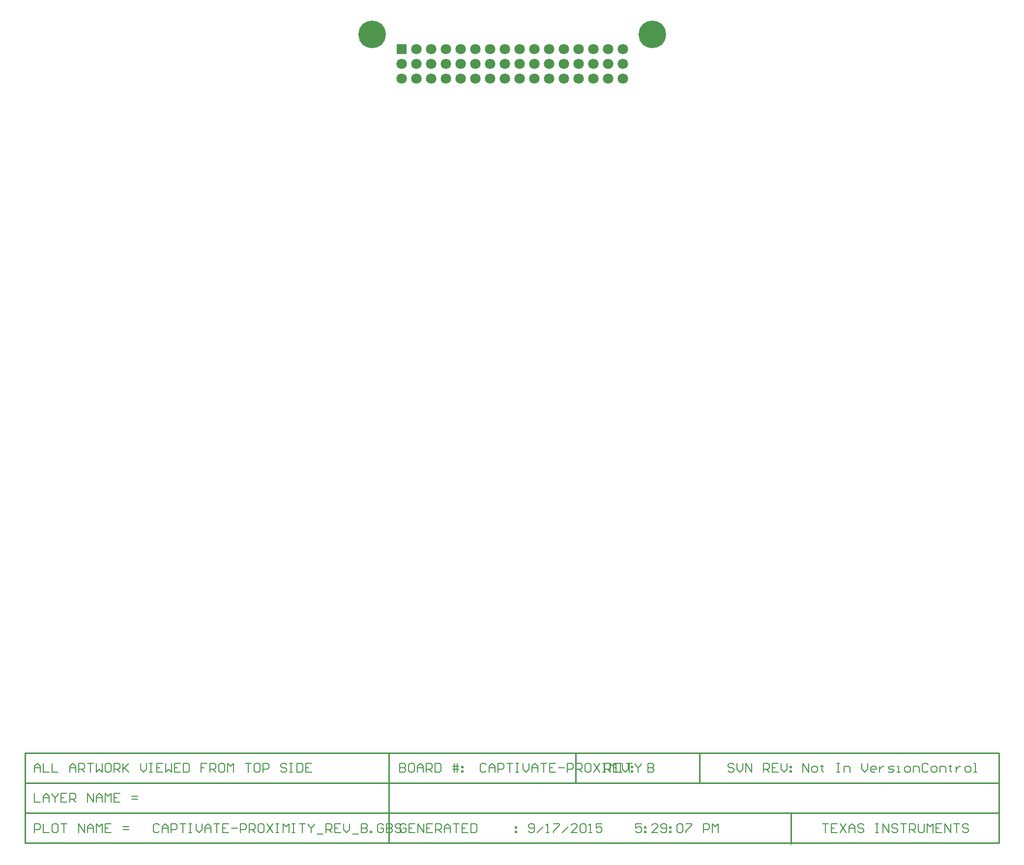
<source format=gbs>
%FSAX25Y25*%
%MOIN*%
G70*
G01*
G75*
G04 Layer_Color=16711935*
%ADD10R,0.03150X0.03150*%
%ADD11C,0.03937*%
%ADD12R,0.03740X0.03937*%
%ADD13C,0.02400*%
%ADD14C,0.01200*%
%ADD15C,0.01600*%
%ADD16C,0.01000*%
%ADD17C,0.00800*%
%ADD18C,0.06496*%
%ADD19C,0.18110*%
%ADD20R,0.06496X0.06496*%
%ADD21C,0.05000*%
%ADD22C,0.00600*%
%ADD23C,0.00787*%
%ADD24C,0.00700*%
%ADD25R,0.06299X0.01969*%
%ADD26R,0.03750X0.03750*%
%ADD27C,0.07874*%
%ADD28R,0.04340X0.04537*%
%ADD29C,0.07096*%
%ADD30C,0.18710*%
%ADD31R,0.07096X0.07096*%
G54D16*
X0497200Y0080717D02*
Y0101050D01*
X0413200Y0080717D02*
Y0101050D01*
X0040000Y0080717D02*
X0700200D01*
X0040000Y0060383D02*
X0700000D01*
X0040000Y0040050D02*
X0440500D01*
X0040050Y0101050D02*
X0700200D01*
X0040050Y0040050D02*
Y0101050D01*
Y0040050D02*
X0197600D01*
X0040000D02*
Y0101050D01*
X0286500Y0040050D02*
Y0101050D01*
X0700200Y0040050D02*
Y0101050D01*
X0440500Y0040050D02*
X0700200D01*
X0559400Y0039400D02*
Y0059683D01*
G54D17*
X0567400Y0087833D02*
Y0093831D01*
X0571399Y0087833D01*
Y0093831D01*
X0574398Y0087833D02*
X0576397D01*
X0577397Y0088833D01*
Y0090832D01*
X0576397Y0091832D01*
X0574398D01*
X0573398Y0090832D01*
Y0088833D01*
X0574398Y0087833D01*
X0580396Y0092832D02*
Y0091832D01*
X0579396D01*
X0581395D01*
X0580396D01*
Y0088833D01*
X0581395Y0087833D01*
X0590393Y0093831D02*
X0592392D01*
X0591392D01*
Y0087833D01*
X0590393D01*
X0592392D01*
X0595391D02*
Y0091832D01*
X0598390D01*
X0599390Y0090832D01*
Y0087833D01*
X0607387Y0093831D02*
Y0089833D01*
X0609386Y0087833D01*
X0611386Y0089833D01*
Y0093831D01*
X0616384Y0087833D02*
X0614385D01*
X0613385Y0088833D01*
Y0090832D01*
X0614385Y0091832D01*
X0616384D01*
X0617384Y0090832D01*
Y0089833D01*
X0613385D01*
X0619383Y0091832D02*
Y0087833D01*
Y0089833D01*
X0620383Y0090832D01*
X0621383Y0091832D01*
X0622382D01*
X0625381Y0087833D02*
X0628380D01*
X0629380Y0088833D01*
X0628380Y0089833D01*
X0626381D01*
X0625381Y0090832D01*
X0626381Y0091832D01*
X0629380D01*
X0631379Y0087833D02*
X0633379D01*
X0632379D01*
Y0091832D01*
X0631379D01*
X0637377Y0087833D02*
X0639377D01*
X0640376Y0088833D01*
Y0090832D01*
X0639377Y0091832D01*
X0637377D01*
X0636378Y0090832D01*
Y0088833D01*
X0637377Y0087833D01*
X0642376D02*
Y0091832D01*
X0645375D01*
X0646374Y0090832D01*
Y0087833D01*
X0652373Y0092832D02*
X0651373Y0093831D01*
X0649373D01*
X0648374Y0092832D01*
Y0088833D01*
X0649373Y0087833D01*
X0651373D01*
X0652373Y0088833D01*
X0655372Y0087833D02*
X0657371D01*
X0658371Y0088833D01*
Y0090832D01*
X0657371Y0091832D01*
X0655372D01*
X0654372Y0090832D01*
Y0088833D01*
X0655372Y0087833D01*
X0660370D02*
Y0091832D01*
X0663369D01*
X0664369Y0090832D01*
Y0087833D01*
X0667368Y0092832D02*
Y0091832D01*
X0666368D01*
X0668367D01*
X0667368D01*
Y0088833D01*
X0668367Y0087833D01*
X0671366Y0091832D02*
Y0087833D01*
Y0089833D01*
X0672366Y0090832D01*
X0673366Y0091832D01*
X0674365D01*
X0678364Y0087833D02*
X0680364D01*
X0681363Y0088833D01*
Y0090832D01*
X0680364Y0091832D01*
X0678364D01*
X0677364Y0090832D01*
Y0088833D01*
X0678364Y0087833D01*
X0683362D02*
X0685362D01*
X0684362D01*
Y0093831D01*
X0683362D01*
X0520799Y0092832D02*
X0519799Y0093831D01*
X0517800D01*
X0516800Y0092832D01*
Y0091832D01*
X0517800Y0090832D01*
X0519799D01*
X0520799Y0089833D01*
Y0088833D01*
X0519799Y0087833D01*
X0517800D01*
X0516800Y0088833D01*
X0522798Y0093831D02*
Y0089833D01*
X0524797Y0087833D01*
X0526797Y0089833D01*
Y0093831D01*
X0528796Y0087833D02*
Y0093831D01*
X0532795Y0087833D01*
Y0093831D01*
X0540792Y0087833D02*
Y0093831D01*
X0543791D01*
X0544791Y0092832D01*
Y0090832D01*
X0543791Y0089833D01*
X0540792D01*
X0542792D02*
X0544791Y0087833D01*
X0550789Y0093831D02*
X0546790D01*
Y0087833D01*
X0550789D01*
X0546790Y0090832D02*
X0548790D01*
X0552788Y0093831D02*
Y0089833D01*
X0554788Y0087833D01*
X0556787Y0089833D01*
Y0093831D01*
X0558786Y0091832D02*
X0559786D01*
Y0090832D01*
X0558786D01*
Y0091832D01*
Y0088833D02*
X0559786D01*
Y0087833D01*
X0558786D01*
Y0088833D01*
X0433000Y0087833D02*
Y0093831D01*
X0435999D01*
X0436999Y0092832D01*
Y0090832D01*
X0435999Y0089833D01*
X0433000D01*
X0434999D02*
X0436999Y0087833D01*
X0442997Y0093831D02*
X0438998D01*
Y0087833D01*
X0442997D01*
X0438998Y0090832D02*
X0440997D01*
X0444996Y0093831D02*
Y0089833D01*
X0446995Y0087833D01*
X0448995Y0089833D01*
Y0093831D01*
X0450994Y0091832D02*
X0451994D01*
Y0090832D01*
X0450994D01*
Y0091832D01*
Y0088833D02*
X0451994D01*
Y0087833D01*
X0450994D01*
Y0088833D01*
X0130899Y0051965D02*
X0129899Y0052965D01*
X0127900D01*
X0126900Y0051965D01*
Y0047966D01*
X0127900Y0046966D01*
X0129899D01*
X0130899Y0047966D01*
X0132898Y0046966D02*
Y0050965D01*
X0134897Y0052965D01*
X0136897Y0050965D01*
Y0046966D01*
Y0049966D01*
X0132898D01*
X0138896Y0046966D02*
Y0052965D01*
X0141895D01*
X0142895Y0051965D01*
Y0049966D01*
X0141895Y0048966D01*
X0138896D01*
X0144894Y0052965D02*
X0148893D01*
X0146894D01*
Y0046966D01*
X0150892Y0052965D02*
X0152892D01*
X0151892D01*
Y0046966D01*
X0150892D01*
X0152892D01*
X0155891Y0052965D02*
Y0048966D01*
X0157890Y0046966D01*
X0159889Y0048966D01*
Y0052965D01*
X0161889Y0046966D02*
Y0050965D01*
X0163888Y0052965D01*
X0165887Y0050965D01*
Y0046966D01*
Y0049966D01*
X0161889D01*
X0167887Y0052965D02*
X0171885D01*
X0169886D01*
Y0046966D01*
X0177884Y0052965D02*
X0173885D01*
Y0046966D01*
X0177884D01*
X0173885Y0049966D02*
X0175884D01*
X0179883D02*
X0183882D01*
X0185881Y0046966D02*
Y0052965D01*
X0188880D01*
X0189880Y0051965D01*
Y0049966D01*
X0188880Y0048966D01*
X0185881D01*
X0191879Y0046966D02*
Y0052965D01*
X0194878D01*
X0195878Y0051965D01*
Y0049966D01*
X0194878Y0048966D01*
X0191879D01*
X0193878D02*
X0195878Y0046966D01*
X0200876Y0052965D02*
X0198877D01*
X0197877Y0051965D01*
Y0047966D01*
X0198877Y0046966D01*
X0200876D01*
X0201876Y0047966D01*
Y0051965D01*
X0200876Y0052965D01*
X0203875D02*
X0207874Y0046966D01*
Y0052965D02*
X0203875Y0046966D01*
X0209873Y0052965D02*
X0211873D01*
X0210873D01*
Y0046966D01*
X0209873D01*
X0211873D01*
X0214872D02*
Y0052965D01*
X0216871Y0050965D01*
X0218870Y0052965D01*
Y0046966D01*
X0220870Y0052965D02*
X0222869D01*
X0221869D01*
Y0046966D01*
X0220870D01*
X0222869D01*
X0225868Y0052965D02*
X0229867D01*
X0227867D01*
Y0046966D01*
X0231866Y0052965D02*
Y0051965D01*
X0233865Y0049966D01*
X0235865Y0051965D01*
Y0052965D01*
X0233865Y0049966D02*
Y0046966D01*
X0237864Y0045967D02*
X0241863D01*
X0243862Y0046966D02*
Y0052965D01*
X0246861D01*
X0247861Y0051965D01*
Y0049966D01*
X0246861Y0048966D01*
X0243862D01*
X0245862D02*
X0247861Y0046966D01*
X0253859Y0052965D02*
X0249860D01*
Y0046966D01*
X0253859D01*
X0249860Y0049966D02*
X0251860D01*
X0255858Y0052965D02*
Y0048966D01*
X0257858Y0046966D01*
X0259857Y0048966D01*
Y0052965D01*
X0261856Y0045967D02*
X0265855D01*
X0267854Y0052965D02*
Y0046966D01*
X0270853D01*
X0271853Y0047966D01*
Y0048966D01*
X0270853Y0049966D01*
X0267854D01*
X0270853D01*
X0271853Y0050965D01*
Y0051965D01*
X0270853Y0052965D01*
X0267854D01*
X0273852Y0046966D02*
Y0047966D01*
X0274852D01*
Y0046966D01*
X0273852D01*
X0282850Y0051965D02*
X0281850Y0052965D01*
X0279851D01*
X0278851Y0051965D01*
Y0047966D01*
X0279851Y0046966D01*
X0281850D01*
X0282850Y0047966D01*
Y0049966D01*
X0280850D01*
X0284849Y0052965D02*
Y0046966D01*
X0287848D01*
X0288848Y0047966D01*
Y0048966D01*
X0287848Y0049966D01*
X0284849D01*
X0287848D01*
X0288848Y0050965D01*
Y0051965D01*
X0287848Y0052965D01*
X0284849D01*
X0294846Y0051965D02*
X0293846Y0052965D01*
X0291847D01*
X0290847Y0051965D01*
Y0050965D01*
X0291847Y0049966D01*
X0293846D01*
X0294846Y0048966D01*
Y0047966D01*
X0293846Y0046966D01*
X0291847D01*
X0290847Y0047966D01*
X0381150D02*
X0382150Y0046966D01*
X0384149D01*
X0385149Y0047966D01*
Y0051965D01*
X0384149Y0052965D01*
X0382150D01*
X0381150Y0051965D01*
Y0050965D01*
X0382150Y0049966D01*
X0385149D01*
X0387148Y0046966D02*
X0391147Y0050965D01*
X0393146Y0046966D02*
X0395146D01*
X0394146D01*
Y0052965D01*
X0393146Y0051965D01*
X0398145Y0052965D02*
X0402143D01*
Y0051965D01*
X0398145Y0047966D01*
Y0046966D01*
X0404143D02*
X0408141Y0050965D01*
X0414139Y0046966D02*
X0410141D01*
X0414139Y0050965D01*
Y0051965D01*
X0413140Y0052965D01*
X0411140D01*
X0410141Y0051965D01*
X0416139D02*
X0417138Y0052965D01*
X0419138D01*
X0420137Y0051965D01*
Y0047966D01*
X0419138Y0046966D01*
X0417138D01*
X0416139Y0047966D01*
Y0051965D01*
X0422137Y0046966D02*
X0424136D01*
X0423136D01*
Y0052965D01*
X0422137Y0051965D01*
X0431134Y0052965D02*
X0427135D01*
Y0049966D01*
X0429135Y0050965D01*
X0430134D01*
X0431134Y0049966D01*
Y0047966D01*
X0430134Y0046966D01*
X0428135D01*
X0427135Y0047966D01*
X0298199Y0051965D02*
X0297199Y0052965D01*
X0295200D01*
X0294200Y0051965D01*
Y0047966D01*
X0295200Y0046966D01*
X0297199D01*
X0298199Y0047966D01*
Y0049966D01*
X0296199D01*
X0304197Y0052965D02*
X0300198D01*
Y0046966D01*
X0304197D01*
X0300198Y0049966D02*
X0302197D01*
X0306196Y0046966D02*
Y0052965D01*
X0310195Y0046966D01*
Y0052965D01*
X0316193D02*
X0312194D01*
Y0046966D01*
X0316193D01*
X0312194Y0049966D02*
X0314194D01*
X0318192Y0046966D02*
Y0052965D01*
X0321191D01*
X0322191Y0051965D01*
Y0049966D01*
X0321191Y0048966D01*
X0318192D01*
X0320192D02*
X0322191Y0046966D01*
X0324190D02*
Y0050965D01*
X0326190Y0052965D01*
X0328189Y0050965D01*
Y0046966D01*
Y0049966D01*
X0324190D01*
X0330188Y0052965D02*
X0334187D01*
X0332188D01*
Y0046966D01*
X0340185Y0052965D02*
X0336186D01*
Y0046966D01*
X0340185D01*
X0336186Y0049966D02*
X0338186D01*
X0342184Y0052965D02*
Y0046966D01*
X0345183D01*
X0346183Y0047966D01*
Y0051965D01*
X0345183Y0052965D01*
X0342184D01*
X0372175Y0050965D02*
X0373175D01*
Y0049966D01*
X0372175D01*
Y0050965D01*
Y0047966D02*
X0373175D01*
Y0046966D01*
X0372175D01*
Y0047966D01*
X0046350Y0087833D02*
Y0091832D01*
X0048349Y0093831D01*
X0050349Y0091832D01*
Y0087833D01*
Y0090832D01*
X0046350D01*
X0052348Y0093831D02*
Y0087833D01*
X0056347D01*
X0058346Y0093831D02*
Y0087833D01*
X0062345D01*
X0070342D02*
Y0091832D01*
X0072342Y0093831D01*
X0074341Y0091832D01*
Y0087833D01*
Y0090832D01*
X0070342D01*
X0076340Y0087833D02*
Y0093831D01*
X0079339D01*
X0080339Y0092832D01*
Y0090832D01*
X0079339Y0089833D01*
X0076340D01*
X0078340D02*
X0080339Y0087833D01*
X0082338Y0093831D02*
X0086337D01*
X0084338D01*
Y0087833D01*
X0088336Y0093831D02*
Y0087833D01*
X0090336Y0089833D01*
X0092335Y0087833D01*
Y0093831D01*
X0097334D02*
X0095334D01*
X0094335Y0092832D01*
Y0088833D01*
X0095334Y0087833D01*
X0097334D01*
X0098333Y0088833D01*
Y0092832D01*
X0097334Y0093831D01*
X0100332Y0087833D02*
Y0093831D01*
X0103332D01*
X0104331Y0092832D01*
Y0090832D01*
X0103332Y0089833D01*
X0100332D01*
X0102332D02*
X0104331Y0087833D01*
X0106331Y0093831D02*
Y0087833D01*
Y0089833D01*
X0110329Y0093831D01*
X0107330Y0090832D01*
X0110329Y0087833D01*
X0118327Y0093831D02*
Y0089833D01*
X0120326Y0087833D01*
X0122325Y0089833D01*
Y0093831D01*
X0124325D02*
X0126324D01*
X0125324D01*
Y0087833D01*
X0124325D01*
X0126324D01*
X0133322Y0093831D02*
X0129323D01*
Y0087833D01*
X0133322D01*
X0129323Y0090832D02*
X0131323D01*
X0135321Y0093831D02*
Y0087833D01*
X0137321Y0089833D01*
X0139320Y0087833D01*
Y0093831D01*
X0145318D02*
X0141319D01*
Y0087833D01*
X0145318D01*
X0141319Y0090832D02*
X0143319D01*
X0147317Y0093831D02*
Y0087833D01*
X0150316D01*
X0151316Y0088833D01*
Y0092832D01*
X0150316Y0093831D01*
X0147317D01*
X0163312D02*
X0159313D01*
Y0090832D01*
X0161313D01*
X0159313D01*
Y0087833D01*
X0165312D02*
Y0093831D01*
X0168310D01*
X0169310Y0092832D01*
Y0090832D01*
X0168310Y0089833D01*
X0165312D01*
X0167311D02*
X0169310Y0087833D01*
X0174309Y0093831D02*
X0172309D01*
X0171310Y0092832D01*
Y0088833D01*
X0172309Y0087833D01*
X0174309D01*
X0175308Y0088833D01*
Y0092832D01*
X0174309Y0093831D01*
X0177308Y0087833D02*
Y0093831D01*
X0179307Y0091832D01*
X0181306Y0093831D01*
Y0087833D01*
X0189304Y0093831D02*
X0193303D01*
X0191303D01*
Y0087833D01*
X0198301Y0093831D02*
X0196301D01*
X0195302Y0092832D01*
Y0088833D01*
X0196301Y0087833D01*
X0198301D01*
X0199301Y0088833D01*
Y0092832D01*
X0198301Y0093831D01*
X0201300Y0087833D02*
Y0093831D01*
X0204299D01*
X0205299Y0092832D01*
Y0090832D01*
X0204299Y0089833D01*
X0201300D01*
X0217295Y0092832D02*
X0216295Y0093831D01*
X0214296D01*
X0213296Y0092832D01*
Y0091832D01*
X0214296Y0090832D01*
X0216295D01*
X0217295Y0089833D01*
Y0088833D01*
X0216295Y0087833D01*
X0214296D01*
X0213296Y0088833D01*
X0219294Y0093831D02*
X0221293D01*
X0220294D01*
Y0087833D01*
X0219294D01*
X0221293D01*
X0224292Y0093831D02*
Y0087833D01*
X0227291D01*
X0228291Y0088833D01*
Y0092832D01*
X0227291Y0093831D01*
X0224292D01*
X0234289D02*
X0230291D01*
Y0087833D01*
X0234289D01*
X0230291Y0090832D02*
X0232290D01*
X0462150Y0093831D02*
Y0087833D01*
X0465149D01*
X0466149Y0088833D01*
Y0089833D01*
X0465149Y0090832D01*
X0462150D01*
X0465149D01*
X0466149Y0091832D01*
Y0092832D01*
X0465149Y0093831D01*
X0462150D01*
X0352549Y0092832D02*
X0351549Y0093831D01*
X0349550D01*
X0348550Y0092832D01*
Y0088833D01*
X0349550Y0087833D01*
X0351549D01*
X0352549Y0088833D01*
X0354548Y0087833D02*
Y0091832D01*
X0356547Y0093831D01*
X0358547Y0091832D01*
Y0087833D01*
Y0090832D01*
X0354548D01*
X0360546Y0087833D02*
Y0093831D01*
X0363545D01*
X0364545Y0092832D01*
Y0090832D01*
X0363545Y0089833D01*
X0360546D01*
X0366544Y0093831D02*
X0370543D01*
X0368544D01*
Y0087833D01*
X0372542Y0093831D02*
X0374542D01*
X0373542D01*
Y0087833D01*
X0372542D01*
X0374542D01*
X0377541Y0093831D02*
Y0089833D01*
X0379540Y0087833D01*
X0381539Y0089833D01*
Y0093831D01*
X0383539Y0087833D02*
Y0091832D01*
X0385538Y0093831D01*
X0387537Y0091832D01*
Y0087833D01*
Y0090832D01*
X0383539D01*
X0389537Y0093831D02*
X0393535D01*
X0391536D01*
Y0087833D01*
X0399534Y0093831D02*
X0395535D01*
Y0087833D01*
X0399534D01*
X0395535Y0090832D02*
X0397534D01*
X0401533D02*
X0405532D01*
X0407531Y0087833D02*
Y0093831D01*
X0410530D01*
X0411530Y0092832D01*
Y0090832D01*
X0410530Y0089833D01*
X0407531D01*
X0413529Y0087833D02*
Y0093831D01*
X0416528D01*
X0417528Y0092832D01*
Y0090832D01*
X0416528Y0089833D01*
X0413529D01*
X0415528D02*
X0417528Y0087833D01*
X0422526Y0093831D02*
X0420527D01*
X0419527Y0092832D01*
Y0088833D01*
X0420527Y0087833D01*
X0422526D01*
X0423526Y0088833D01*
Y0092832D01*
X0422526Y0093831D01*
X0425525D02*
X0429524Y0087833D01*
Y0093831D02*
X0425525Y0087833D01*
X0431523Y0093831D02*
X0433523D01*
X0432523D01*
Y0087833D01*
X0431523D01*
X0433523D01*
X0436521D02*
Y0093831D01*
X0438521Y0091832D01*
X0440520Y0093831D01*
Y0087833D01*
X0442520Y0093831D02*
X0444519D01*
X0443519D01*
Y0087833D01*
X0442520D01*
X0444519D01*
X0447518Y0093831D02*
X0451517D01*
X0449517D01*
Y0087833D01*
X0453516Y0093831D02*
Y0092832D01*
X0455515Y0090832D01*
X0457515Y0092832D01*
Y0093831D01*
X0455515Y0090832D02*
Y0087833D01*
X0294000Y0093831D02*
Y0087833D01*
X0296999D01*
X0297999Y0088833D01*
Y0089833D01*
X0296999Y0090832D01*
X0294000D01*
X0296999D01*
X0297999Y0091832D01*
Y0092832D01*
X0296999Y0093831D01*
X0294000D01*
X0302997D02*
X0300998D01*
X0299998Y0092832D01*
Y0088833D01*
X0300998Y0087833D01*
X0302997D01*
X0303997Y0088833D01*
Y0092832D01*
X0302997Y0093831D01*
X0305996Y0087833D02*
Y0091832D01*
X0307996Y0093831D01*
X0309995Y0091832D01*
Y0087833D01*
Y0090832D01*
X0305996D01*
X0311994Y0087833D02*
Y0093831D01*
X0314993D01*
X0315993Y0092832D01*
Y0090832D01*
X0314993Y0089833D01*
X0311994D01*
X0313994D02*
X0315993Y0087833D01*
X0317992Y0093831D02*
Y0087833D01*
X0320991D01*
X0321991Y0088833D01*
Y0092832D01*
X0320991Y0093831D01*
X0317992D01*
X0330988Y0087833D02*
Y0093831D01*
X0332987D02*
Y0087833D01*
X0329988Y0091832D02*
X0332987D01*
X0333987D01*
X0329988Y0089833D02*
X0333987D01*
X0335986Y0091832D02*
X0336986D01*
Y0090832D01*
X0335986D01*
Y0091832D01*
Y0088833D02*
X0336986D01*
Y0087833D01*
X0335986D01*
Y0088833D01*
X0046350Y0073549D02*
Y0067551D01*
X0050349D01*
X0052348D02*
Y0071549D01*
X0054347Y0073549D01*
X0056347Y0071549D01*
Y0067551D01*
Y0070550D01*
X0052348D01*
X0058346Y0073549D02*
Y0072549D01*
X0060346Y0070550D01*
X0062345Y0072549D01*
Y0073549D01*
X0060346Y0070550D02*
Y0067551D01*
X0068343Y0073549D02*
X0064344D01*
Y0067551D01*
X0068343D01*
X0064344Y0070550D02*
X0066343D01*
X0070342Y0067551D02*
Y0073549D01*
X0073341D01*
X0074341Y0072549D01*
Y0070550D01*
X0073341Y0069550D01*
X0070342D01*
X0072342D02*
X0074341Y0067551D01*
X0082338D02*
Y0073549D01*
X0086337Y0067551D01*
Y0073549D01*
X0088336Y0067551D02*
Y0071549D01*
X0090336Y0073549D01*
X0092335Y0071549D01*
Y0067551D01*
Y0070550D01*
X0088336D01*
X0094335Y0067551D02*
Y0073549D01*
X0096334Y0071549D01*
X0098333Y0073549D01*
Y0067551D01*
X0104331Y0073549D02*
X0100332D01*
Y0067551D01*
X0104331D01*
X0100332Y0070550D02*
X0102332D01*
X0112329Y0069550D02*
X0116327D01*
X0112329Y0071549D02*
X0116327D01*
X0046350Y0046966D02*
Y0052965D01*
X0049349D01*
X0050349Y0051965D01*
Y0049966D01*
X0049349Y0048966D01*
X0046350D01*
X0052348Y0052965D02*
Y0046966D01*
X0056347D01*
X0061345Y0052965D02*
X0059346D01*
X0058346Y0051965D01*
Y0047966D01*
X0059346Y0046966D01*
X0061345D01*
X0062345Y0047966D01*
Y0051965D01*
X0061345Y0052965D01*
X0064344D02*
X0068343D01*
X0066343D01*
Y0046966D01*
X0076340D02*
Y0052965D01*
X0080339Y0046966D01*
Y0052965D01*
X0082338Y0046966D02*
Y0050965D01*
X0084338Y0052965D01*
X0086337Y0050965D01*
Y0046966D01*
Y0049966D01*
X0082338D01*
X0088336Y0046966D02*
Y0052965D01*
X0090336Y0050965D01*
X0092335Y0052965D01*
Y0046966D01*
X0098333Y0052965D02*
X0094335D01*
Y0046966D01*
X0098333D01*
X0094335Y0049966D02*
X0096334D01*
X0106331Y0048966D02*
X0110329D01*
X0106331Y0050965D02*
X0110329D01*
X0458049Y0052965D02*
X0454050D01*
Y0049966D01*
X0456049Y0050965D01*
X0457049D01*
X0458049Y0049966D01*
Y0047966D01*
X0457049Y0046966D01*
X0455050D01*
X0454050Y0047966D01*
X0460048Y0050965D02*
X0461048D01*
Y0049966D01*
X0460048D01*
Y0050965D01*
Y0047966D02*
X0461048D01*
Y0046966D01*
X0460048D01*
Y0047966D01*
X0469045Y0046966D02*
X0465046D01*
X0469045Y0050965D01*
Y0051965D01*
X0468046Y0052965D01*
X0466046D01*
X0465046Y0051965D01*
X0471044Y0047966D02*
X0472044Y0046966D01*
X0474044D01*
X0475043Y0047966D01*
Y0051965D01*
X0474044Y0052965D01*
X0472044D01*
X0471044Y0051965D01*
Y0050965D01*
X0472044Y0049966D01*
X0475043D01*
X0477043Y0050965D02*
X0478042D01*
Y0049966D01*
X0477043D01*
Y0050965D01*
Y0047966D02*
X0478042D01*
Y0046966D01*
X0477043D01*
Y0047966D01*
X0482041Y0051965D02*
X0483041Y0052965D01*
X0485040D01*
X0486040Y0051965D01*
Y0047966D01*
X0485040Y0046966D01*
X0483041D01*
X0482041Y0047966D01*
Y0051965D01*
X0488039Y0052965D02*
X0492038D01*
Y0051965D01*
X0488039Y0047966D01*
Y0046966D01*
X0500035D02*
Y0052965D01*
X0503034D01*
X0504034Y0051965D01*
Y0049966D01*
X0503034Y0048966D01*
X0500035D01*
X0506033Y0046966D02*
Y0052965D01*
X0508033Y0050965D01*
X0510032Y0052965D01*
Y0046966D01*
X0580500Y0052965D02*
X0584499D01*
X0582499D01*
Y0046966D01*
X0590497Y0052965D02*
X0586498D01*
Y0046966D01*
X0590497D01*
X0586498Y0049966D02*
X0588497D01*
X0592496Y0052965D02*
X0596495Y0046966D01*
Y0052965D02*
X0592496Y0046966D01*
X0598494D02*
Y0050965D01*
X0600493Y0052965D01*
X0602493Y0050965D01*
Y0046966D01*
Y0049966D01*
X0598494D01*
X0608491Y0051965D02*
X0607491Y0052965D01*
X0605492D01*
X0604492Y0051965D01*
Y0050965D01*
X0605492Y0049966D01*
X0607491D01*
X0608491Y0048966D01*
Y0047966D01*
X0607491Y0046966D01*
X0605492D01*
X0604492Y0047966D01*
X0616488Y0052965D02*
X0618488D01*
X0617488D01*
Y0046966D01*
X0616488D01*
X0618488D01*
X0621487D02*
Y0052965D01*
X0625486Y0046966D01*
Y0052965D01*
X0631484Y0051965D02*
X0630484Y0052965D01*
X0628484D01*
X0627485Y0051965D01*
Y0050965D01*
X0628484Y0049966D01*
X0630484D01*
X0631484Y0048966D01*
Y0047966D01*
X0630484Y0046966D01*
X0628484D01*
X0627485Y0047966D01*
X0633483Y0052965D02*
X0637482D01*
X0635482D01*
Y0046966D01*
X0639481D02*
Y0052965D01*
X0642480D01*
X0643480Y0051965D01*
Y0049966D01*
X0642480Y0048966D01*
X0639481D01*
X0641480D02*
X0643480Y0046966D01*
X0645479Y0052965D02*
Y0047966D01*
X0646479Y0046966D01*
X0648478D01*
X0649478Y0047966D01*
Y0052965D01*
X0651477Y0046966D02*
Y0052965D01*
X0653476Y0050965D01*
X0655476Y0052965D01*
Y0046966D01*
X0661474Y0052965D02*
X0657475D01*
Y0046966D01*
X0661474D01*
X0657475Y0049966D02*
X0659474D01*
X0663473Y0046966D02*
Y0052965D01*
X0667472Y0046966D01*
Y0052965D01*
X0669471D02*
X0673470D01*
X0671471D01*
Y0046966D01*
X0679468Y0051965D02*
X0678468Y0052965D01*
X0676469D01*
X0675469Y0051965D01*
Y0050965D01*
X0676469Y0049966D01*
X0678468D01*
X0679468Y0048966D01*
Y0047966D01*
X0678468Y0046966D01*
X0676469D01*
X0675469Y0047966D01*
G54D29*
X0305200Y0558534D02*
D03*
X0335200D02*
D03*
X0365200D02*
D03*
X0395200D02*
D03*
X0295200Y0568534D02*
D03*
X0315200D02*
D03*
X0325200D02*
D03*
X0345200D02*
D03*
X0355200D02*
D03*
X0375200D02*
D03*
X0385200D02*
D03*
X0405200D02*
D03*
X0305200D02*
D03*
X0335200D02*
D03*
X0365200D02*
D03*
X0395200D02*
D03*
X0295200Y0558534D02*
D03*
X0315200D02*
D03*
X0325200D02*
D03*
X0345200D02*
D03*
X0355200D02*
D03*
X0375200D02*
D03*
X0385200D02*
D03*
X0405200D02*
D03*
X0315200Y0578534D02*
D03*
X0325200D02*
D03*
X0345200D02*
D03*
X0355200D02*
D03*
X0375200D02*
D03*
X0385200D02*
D03*
X0405200D02*
D03*
X0445200Y0558534D02*
D03*
X0435200D02*
D03*
X0425200D02*
D03*
X0415200D02*
D03*
X0445200Y0568534D02*
D03*
X0435200D02*
D03*
X0425200D02*
D03*
X0415200D02*
D03*
X0445200Y0578534D02*
D03*
X0435200D02*
D03*
X0425200D02*
D03*
X0415200D02*
D03*
X0305200D02*
D03*
X0335200D02*
D03*
X0365200D02*
D03*
X0395200D02*
D03*
G54D30*
X0465200Y0588534D02*
D03*
X0275200D02*
D03*
G54D31*
X0295200Y0578534D02*
D03*
M02*

</source>
